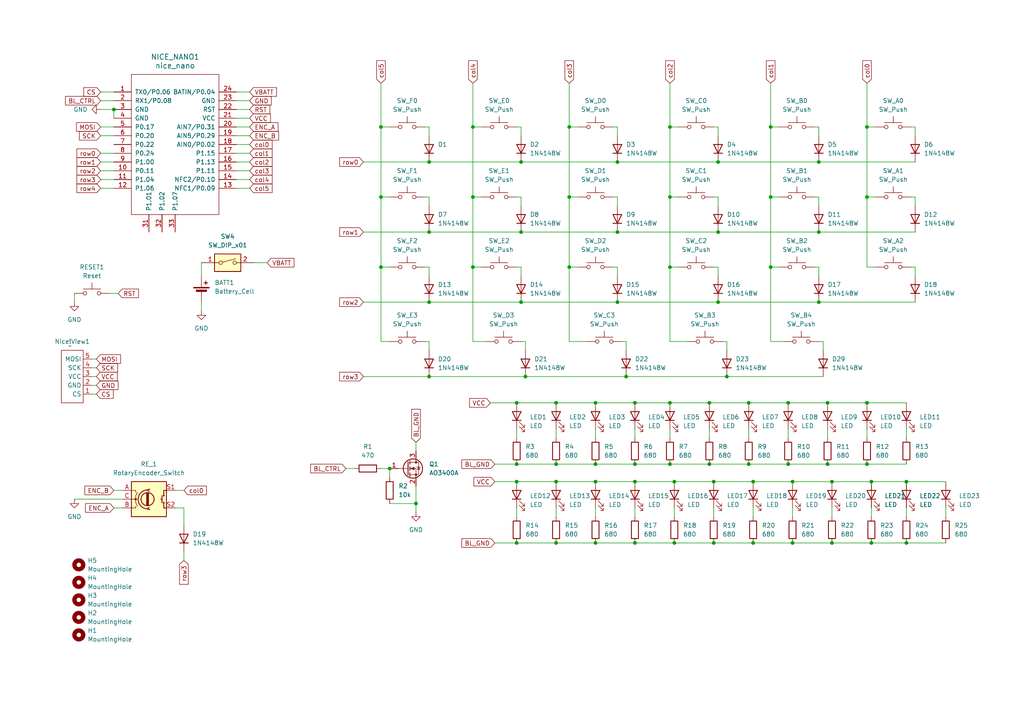
<source format=kicad_sch>
(kicad_sch (version 20230121) (generator eeschema)
  (paper "A4")
  (junction (at 241.3 139.7))
  (junction (at 194.31 116.84))
  (junction (at 184.15 134.62))
  (junction (at 124.46 67.31))
  (junction (at 181.61 109.22))
  (junction (at 151.13 87.63))
  (junction (at 161.29 157.48))
  (junction (at 124.46 87.63))
  (junction (at 184.15 139.7))
  (junction (at 110.49 77.47))
  (junction (at 237.49 87.63))
  (junction (at 252.73 139.7))
  (junction (at 237.49 67.31))
  (junction (at 237.49 46.99))
  (junction (at 217.17 116.84))
  (junction (at 194.31 134.62))
  (junction (at 210.82 109.22))
  (junction (at 149.86 139.7))
  (junction (at 240.03 134.62))
  (junction (at 195.58 139.7))
  (junction (at 165.1 77.47))
  (junction (at 205.74 134.62))
  (junction (at 217.17 134.62))
  (junction (at 184.15 116.84))
  (junction (at 124.46 46.99))
  (junction (at 113.03 135.89))
  (junction (at 207.01 139.7))
  (junction (at 172.72 116.84))
  (junction (at 149.86 157.48))
  (junction (at 262.89 157.48))
  (junction (at 179.07 46.99))
  (junction (at 251.46 116.84))
  (junction (at 223.52 57.15))
  (junction (at 194.31 57.15))
  (junction (at 228.6 134.62))
  (junction (at 251.46 134.62))
  (junction (at 223.52 36.83))
  (junction (at 241.3 157.48))
  (junction (at 179.07 87.63))
  (junction (at 262.89 139.7))
  (junction (at 165.1 57.15))
  (junction (at 251.46 36.83))
  (junction (at 240.03 116.84))
  (junction (at 149.86 134.62))
  (junction (at 184.15 157.48))
  (junction (at 161.29 116.84))
  (junction (at 207.01 157.48))
  (junction (at 252.73 157.48))
  (junction (at 120.65 146.05))
  (junction (at 218.44 157.48))
  (junction (at 208.28 46.99))
  (junction (at 165.1 36.83))
  (junction (at 137.16 57.15))
  (junction (at 179.07 67.31))
  (junction (at 137.16 36.83))
  (junction (at 195.58 157.48))
  (junction (at 124.46 109.22))
  (junction (at 151.13 46.99))
  (junction (at 251.46 57.15))
  (junction (at 33.02 31.75))
  (junction (at 161.29 134.62))
  (junction (at 205.74 116.84))
  (junction (at 149.86 116.84))
  (junction (at 218.44 139.7))
  (junction (at 194.31 36.83))
  (junction (at 151.13 67.31))
  (junction (at 137.16 77.47))
  (junction (at 223.52 77.47))
  (junction (at 110.49 36.83))
  (junction (at 208.28 67.31))
  (junction (at 110.49 57.15))
  (junction (at 152.4 109.22))
  (junction (at 172.72 139.7))
  (junction (at 229.87 157.48))
  (junction (at 208.28 87.63))
  (junction (at 228.6 116.84))
  (junction (at 194.31 77.47))
  (junction (at 172.72 157.48))
  (junction (at 172.72 134.62))
  (junction (at 229.87 139.7))
  (junction (at 161.29 139.7))
  (wire (pts (xy 251.46 116.84) (xy 262.89 116.84)))
  (wire (pts (xy 237.49 57.15) (xy 237.49 59.69)))
  (wire (pts (xy 165.1 99.06) (xy 170.18 99.06)))
  (wire (pts (xy 194.31 36.83) (xy 196.85 36.83)))
  (wire (pts (xy 124.46 77.47) (xy 124.46 80.01)))
  (wire (pts (xy 143.51 139.7) (xy 149.86 139.7)))
  (wire (pts (xy 110.49 36.83) (xy 110.49 57.15)))
  (wire (pts (xy 228.6 116.84) (xy 240.03 116.84)))
  (wire (pts (xy 165.1 57.15) (xy 165.1 77.47)))
  (wire (pts (xy 240.03 134.62) (xy 251.46 134.62)))
  (wire (pts (xy 110.49 36.83) (xy 113.03 36.83)))
  (wire (pts (xy 252.73 157.48) (xy 262.89 157.48)))
  (wire (pts (xy 124.46 87.63) (xy 151.13 87.63)))
  (wire (pts (xy 29.21 39.37) (xy 33.02 39.37)))
  (wire (pts (xy 165.1 77.47) (xy 167.64 77.47)))
  (wire (pts (xy 205.74 116.84) (xy 217.17 116.84)))
  (wire (pts (xy 68.58 54.61) (xy 72.39 54.61)))
  (wire (pts (xy 68.58 52.07) (xy 72.39 52.07)))
  (wire (pts (xy 120.65 146.05) (xy 120.65 148.59)))
  (wire (pts (xy 236.22 36.83) (xy 237.49 36.83)))
  (wire (pts (xy 21.59 144.78) (xy 35.56 144.78)))
  (wire (pts (xy 236.22 57.15) (xy 237.49 57.15)))
  (wire (pts (xy 33.02 31.75) (xy 33.02 34.29)))
  (wire (pts (xy 179.07 57.15) (xy 179.07 59.69)))
  (wire (pts (xy 120.65 128.27) (xy 120.65 130.81)))
  (wire (pts (xy 29.21 26.67) (xy 33.02 26.67)))
  (wire (pts (xy 68.58 36.83) (xy 72.39 36.83)))
  (wire (pts (xy 194.31 57.15) (xy 194.31 77.47)))
  (wire (pts (xy 152.4 99.06) (xy 152.4 101.6)))
  (wire (pts (xy 123.19 36.83) (xy 124.46 36.83)))
  (wire (pts (xy 229.87 157.48) (xy 241.3 157.48)))
  (wire (pts (xy 172.72 124.46) (xy 172.72 127)))
  (wire (pts (xy 265.43 36.83) (xy 265.43 39.37)))
  (wire (pts (xy 184.15 157.48) (xy 195.58 157.48)))
  (wire (pts (xy 143.51 157.48) (xy 149.86 157.48)))
  (wire (pts (xy 207.01 139.7) (xy 218.44 139.7)))
  (wire (pts (xy 29.21 54.61) (xy 33.02 54.61)))
  (wire (pts (xy 142.24 116.84) (xy 149.86 116.84)))
  (wire (pts (xy 252.73 147.32) (xy 252.73 149.86)))
  (wire (pts (xy 50.8 147.32) (xy 53.34 147.32)))
  (wire (pts (xy 184.15 147.32) (xy 184.15 149.86)))
  (wire (pts (xy 208.28 46.99) (xy 237.49 46.99)))
  (wire (pts (xy 149.86 116.84) (xy 161.29 116.84)))
  (wire (pts (xy 262.89 139.7) (xy 274.32 139.7)))
  (wire (pts (xy 184.15 139.7) (xy 195.58 139.7)))
  (wire (pts (xy 195.58 139.7) (xy 207.01 139.7)))
  (wire (pts (xy 237.49 87.63) (xy 265.43 87.63)))
  (wire (pts (xy 161.29 147.32) (xy 161.29 149.86)))
  (wire (pts (xy 223.52 77.47) (xy 226.06 77.47)))
  (wire (pts (xy 68.58 49.53) (xy 72.39 49.53)))
  (wire (pts (xy 123.19 77.47) (xy 124.46 77.47)))
  (wire (pts (xy 110.49 77.47) (xy 113.03 77.47)))
  (wire (pts (xy 262.89 157.48) (xy 274.32 157.48)))
  (wire (pts (xy 184.15 124.46) (xy 184.15 127)))
  (wire (pts (xy 110.49 99.06) (xy 113.03 99.06)))
  (wire (pts (xy 229.87 139.7) (xy 241.3 139.7)))
  (wire (pts (xy 251.46 57.15) (xy 251.46 77.47)))
  (wire (pts (xy 53.34 147.32) (xy 53.34 152.4)))
  (wire (pts (xy 194.31 77.47) (xy 196.85 77.47)))
  (wire (pts (xy 194.31 116.84) (xy 205.74 116.84)))
  (wire (pts (xy 217.17 124.46) (xy 217.17 127)))
  (wire (pts (xy 262.89 147.32) (xy 262.89 149.86)))
  (wire (pts (xy 223.52 36.83) (xy 223.52 57.15)))
  (wire (pts (xy 165.1 36.83) (xy 167.64 36.83)))
  (wire (pts (xy 31.75 85.09) (xy 34.29 85.09)))
  (wire (pts (xy 241.3 139.7) (xy 252.73 139.7)))
  (wire (pts (xy 151.13 36.83) (xy 151.13 39.37)))
  (wire (pts (xy 29.21 49.53) (xy 33.02 49.53)))
  (wire (pts (xy 161.29 134.62) (xy 172.72 134.62)))
  (wire (pts (xy 165.1 77.47) (xy 165.1 99.06)))
  (wire (pts (xy 137.16 57.15) (xy 137.16 77.47)))
  (wire (pts (xy 105.41 87.63) (xy 124.46 87.63)))
  (wire (pts (xy 237.49 36.83) (xy 237.49 39.37)))
  (wire (pts (xy 29.21 46.99) (xy 33.02 46.99)))
  (wire (pts (xy 262.89 124.46) (xy 262.89 127)))
  (wire (pts (xy 110.49 57.15) (xy 110.49 77.47)))
  (wire (pts (xy 26.67 114.3) (xy 27.94 114.3)))
  (wire (pts (xy 241.3 147.32) (xy 241.3 149.86)))
  (wire (pts (xy 210.82 99.06) (xy 210.82 101.6)))
  (wire (pts (xy 165.1 57.15) (xy 167.64 57.15)))
  (wire (pts (xy 149.86 124.46) (xy 149.86 127)))
  (wire (pts (xy 240.03 124.46) (xy 240.03 127)))
  (wire (pts (xy 177.8 36.83) (xy 179.07 36.83)))
  (wire (pts (xy 161.29 124.46) (xy 161.29 127)))
  (wire (pts (xy 123.19 99.06) (xy 124.46 99.06)))
  (wire (pts (xy 179.07 46.99) (xy 208.28 46.99)))
  (wire (pts (xy 223.52 99.06) (xy 227.33 99.06)))
  (wire (pts (xy 172.72 157.48) (xy 184.15 157.48)))
  (wire (pts (xy 137.16 77.47) (xy 139.7 77.47)))
  (wire (pts (xy 26.67 106.68) (xy 27.94 106.68)))
  (wire (pts (xy 124.46 57.15) (xy 124.46 59.69)))
  (wire (pts (xy 165.1 36.83) (xy 165.1 57.15)))
  (wire (pts (xy 100.33 135.89) (xy 102.87 135.89)))
  (wire (pts (xy 149.86 77.47) (xy 151.13 77.47)))
  (wire (pts (xy 208.28 77.47) (xy 208.28 80.01)))
  (wire (pts (xy 172.72 139.7) (xy 184.15 139.7)))
  (wire (pts (xy 228.6 124.46) (xy 228.6 127)))
  (wire (pts (xy 207.01 36.83) (xy 208.28 36.83)))
  (wire (pts (xy 137.16 36.83) (xy 137.16 57.15)))
  (wire (pts (xy 68.58 29.21) (xy 72.39 29.21)))
  (wire (pts (xy 184.15 134.62) (xy 194.31 134.62)))
  (wire (pts (xy 124.46 46.99) (xy 151.13 46.99)))
  (wire (pts (xy 207.01 147.32) (xy 207.01 149.86)))
  (wire (pts (xy 50.8 142.24) (xy 53.34 142.24)))
  (wire (pts (xy 26.67 109.22) (xy 27.94 109.22)))
  (wire (pts (xy 33.02 147.32) (xy 35.56 147.32)))
  (wire (pts (xy 137.16 77.47) (xy 137.16 99.06)))
  (wire (pts (xy 194.31 36.83) (xy 194.31 57.15)))
  (wire (pts (xy 238.76 99.06) (xy 238.76 101.6)))
  (wire (pts (xy 194.31 99.06) (xy 199.39 99.06)))
  (wire (pts (xy 208.28 67.31) (xy 237.49 67.31)))
  (wire (pts (xy 172.72 116.84) (xy 184.15 116.84)))
  (wire (pts (xy 68.58 26.67) (xy 72.39 26.67)))
  (wire (pts (xy 218.44 139.7) (xy 229.87 139.7)))
  (wire (pts (xy 124.46 99.06) (xy 124.46 101.6)))
  (wire (pts (xy 264.16 36.83) (xy 265.43 36.83)))
  (wire (pts (xy 194.31 77.47) (xy 194.31 99.06)))
  (wire (pts (xy 181.61 99.06) (xy 181.61 101.6)))
  (wire (pts (xy 184.15 116.84) (xy 194.31 116.84)))
  (wire (pts (xy 223.52 24.13) (xy 223.52 36.83)))
  (wire (pts (xy 251.46 77.47) (xy 254 77.47)))
  (wire (pts (xy 207.01 157.48) (xy 218.44 157.48)))
  (wire (pts (xy 123.19 57.15) (xy 124.46 57.15)))
  (wire (pts (xy 229.87 147.32) (xy 229.87 149.86)))
  (wire (pts (xy 208.28 36.83) (xy 208.28 39.37)))
  (wire (pts (xy 223.52 77.47) (xy 223.52 99.06)))
  (wire (pts (xy 241.3 157.48) (xy 252.73 157.48)))
  (wire (pts (xy 240.03 116.84) (xy 251.46 116.84)))
  (wire (pts (xy 29.21 29.21) (xy 33.02 29.21)))
  (wire (pts (xy 194.31 24.13) (xy 194.31 36.83)))
  (wire (pts (xy 177.8 77.47) (xy 179.07 77.47)))
  (wire (pts (xy 251.46 36.83) (xy 251.46 57.15)))
  (wire (pts (xy 237.49 67.31) (xy 265.43 67.31)))
  (wire (pts (xy 110.49 135.89) (xy 113.03 135.89)))
  (wire (pts (xy 194.31 124.46) (xy 194.31 127)))
  (wire (pts (xy 149.86 36.83) (xy 151.13 36.83)))
  (wire (pts (xy 236.22 77.47) (xy 237.49 77.47)))
  (wire (pts (xy 137.16 36.83) (xy 139.7 36.83)))
  (wire (pts (xy 68.58 31.75) (xy 72.39 31.75)))
  (wire (pts (xy 251.46 24.13) (xy 251.46 36.83)))
  (wire (pts (xy 149.86 147.32) (xy 149.86 149.86)))
  (wire (pts (xy 207.01 57.15) (xy 208.28 57.15)))
  (wire (pts (xy 152.4 109.22) (xy 181.61 109.22)))
  (wire (pts (xy 217.17 134.62) (xy 228.6 134.62)))
  (wire (pts (xy 177.8 57.15) (xy 179.07 57.15)))
  (wire (pts (xy 29.21 52.07) (xy 33.02 52.07)))
  (wire (pts (xy 110.49 24.13) (xy 110.49 36.83)))
  (wire (pts (xy 21.59 85.09) (xy 21.59 87.63)))
  (wire (pts (xy 172.72 147.32) (xy 172.72 149.86)))
  (wire (pts (xy 105.41 46.99) (xy 124.46 46.99)))
  (wire (pts (xy 181.61 109.22) (xy 210.82 109.22)))
  (wire (pts (xy 105.41 67.31) (xy 124.46 67.31)))
  (wire (pts (xy 105.41 109.22) (xy 124.46 109.22)))
  (wire (pts (xy 172.72 134.62) (xy 184.15 134.62)))
  (wire (pts (xy 251.46 36.83) (xy 254 36.83)))
  (wire (pts (xy 137.16 24.13) (xy 137.16 36.83)))
  (wire (pts (xy 73.66 76.2) (xy 77.47 76.2)))
  (wire (pts (xy 151.13 57.15) (xy 151.13 59.69)))
  (wire (pts (xy 179.07 77.47) (xy 179.07 80.01)))
  (wire (pts (xy 53.34 160.02) (xy 53.34 162.56)))
  (wire (pts (xy 205.74 124.46) (xy 205.74 127)))
  (wire (pts (xy 237.49 99.06) (xy 238.76 99.06)))
  (wire (pts (xy 223.52 57.15) (xy 223.52 77.47)))
  (wire (pts (xy 252.73 139.7) (xy 262.89 139.7)))
  (wire (pts (xy 194.31 134.62) (xy 205.74 134.62)))
  (wire (pts (xy 179.07 36.83) (xy 179.07 39.37)))
  (wire (pts (xy 179.07 67.31) (xy 208.28 67.31)))
  (wire (pts (xy 29.21 44.45) (xy 33.02 44.45)))
  (wire (pts (xy 113.03 135.89) (xy 113.03 138.43)))
  (wire (pts (xy 137.16 99.06) (xy 140.97 99.06)))
  (wire (pts (xy 124.46 109.22) (xy 152.4 109.22)))
  (wire (pts (xy 124.46 67.31) (xy 151.13 67.31)))
  (wire (pts (xy 68.58 39.37) (xy 72.39 39.37)))
  (wire (pts (xy 110.49 77.47) (xy 110.49 99.06)))
  (wire (pts (xy 151.13 77.47) (xy 151.13 80.01)))
  (wire (pts (xy 68.58 46.99) (xy 72.39 46.99)))
  (wire (pts (xy 218.44 147.32) (xy 218.44 149.86)))
  (wire (pts (xy 33.02 142.24) (xy 35.56 142.24)))
  (wire (pts (xy 137.16 57.15) (xy 139.7 57.15)))
  (wire (pts (xy 180.34 99.06) (xy 181.61 99.06)))
  (wire (pts (xy 237.49 77.47) (xy 237.49 80.01)))
  (wire (pts (xy 251.46 57.15) (xy 254 57.15)))
  (wire (pts (xy 223.52 36.83) (xy 226.06 36.83)))
  (wire (pts (xy 143.51 134.62) (xy 149.86 134.62)))
  (wire (pts (xy 149.86 134.62) (xy 161.29 134.62)))
  (wire (pts (xy 58.42 76.2) (xy 58.42 80.01)))
  (wire (pts (xy 151.13 67.31) (xy 179.07 67.31)))
  (wire (pts (xy 161.29 139.7) (xy 172.72 139.7)))
  (wire (pts (xy 251.46 124.46) (xy 251.46 127)))
  (wire (pts (xy 264.16 57.15) (xy 265.43 57.15)))
  (wire (pts (xy 151.13 46.99) (xy 179.07 46.99)))
  (wire (pts (xy 68.58 44.45) (xy 72.39 44.45)))
  (wire (pts (xy 29.21 31.75) (xy 33.02 31.75)))
  (wire (pts (xy 58.42 87.63) (xy 58.42 90.17)))
  (wire (pts (xy 149.86 157.48) (xy 161.29 157.48)))
  (wire (pts (xy 26.67 111.76) (xy 27.94 111.76)))
  (wire (pts (xy 210.82 109.22) (xy 238.76 109.22)))
  (wire (pts (xy 274.32 147.32) (xy 274.32 149.86)))
  (wire (pts (xy 120.65 140.97) (xy 120.65 146.05)))
  (wire (pts (xy 161.29 157.48) (xy 172.72 157.48)))
  (wire (pts (xy 264.16 77.47) (xy 265.43 77.47)))
  (wire (pts (xy 265.43 77.47) (xy 265.43 80.01)))
  (wire (pts (xy 149.86 139.7) (xy 161.29 139.7)))
  (wire (pts (xy 113.03 146.05) (xy 120.65 146.05)))
  (wire (pts (xy 195.58 157.48) (xy 207.01 157.48)))
  (wire (pts (xy 194.31 57.15) (xy 196.85 57.15)))
  (wire (pts (xy 223.52 57.15) (xy 226.06 57.15)))
  (wire (pts (xy 110.49 57.15) (xy 113.03 57.15)))
  (wire (pts (xy 217.17 116.84) (xy 228.6 116.84)))
  (wire (pts (xy 26.67 104.14) (xy 27.94 104.14)))
  (wire (pts (xy 209.55 99.06) (xy 210.82 99.06)))
  (wire (pts (xy 208.28 57.15) (xy 208.28 59.69)))
  (wire (pts (xy 179.07 87.63) (xy 208.28 87.63)))
  (wire (pts (xy 151.13 99.06) (xy 152.4 99.06)))
  (wire (pts (xy 207.01 77.47) (xy 208.28 77.47)))
  (wire (pts (xy 151.13 87.63) (xy 179.07 87.63)))
  (wire (pts (xy 165.1 24.13) (xy 165.1 36.83)))
  (wire (pts (xy 237.49 46.99) (xy 265.43 46.99)))
  (wire (pts (xy 195.58 147.32) (xy 195.58 149.86)))
  (wire (pts (xy 218.44 157.48) (xy 229.87 157.48)))
  (wire (pts (xy 228.6 134.62) (xy 240.03 134.62)))
  (wire (pts (xy 205.74 134.62) (xy 217.17 134.62)))
  (wire (pts (xy 124.46 36.83) (xy 124.46 39.37)))
  (wire (pts (xy 265.43 57.15) (xy 265.43 59.69)))
  (wire (pts (xy 208.28 87.63) (xy 237.49 87.63)))
  (wire (pts (xy 161.29 116.84) (xy 172.72 116.84)))
  (wire (pts (xy 251.46 134.62) (xy 262.89 134.62)))
  (wire (pts (xy 149.86 57.15) (xy 151.13 57.15)))
  (wire (pts (xy 68.58 41.91) (xy 72.39 41.91)))
  (wire (pts (xy 68.58 34.29) (xy 72.39 34.29)))
  (wire (pts (xy 29.21 36.83) (xy 33.02 36.83)))
  (global_label "VCC" (shape input) (at 142.24 116.84 180) (property "Intersheetrefs" "${INTERSHEET_REFS}" (effects hide)))
  (global_label "BL_CTRL" (shape input) (at 100.33 135.89 180) (property "Intersheetrefs" "${INTERSHEET_REFS}" (effects hide)))
  (global_label "row2" (shape input) (at 105.41 87.63 180) (property "Intersheetrefs" "${INTERSHEET_REFS}" (effects hide)))
  (global_label "MOSI" (shape input) (at 29.21 36.83 180) (property "Intersheetrefs" "${INTERSHEET_REFS}" (effects hide)))
  (global_label "ENC_A" (shape input) (at 72.39 36.83 0) (property "Intersheetrefs" "${INTERSHEET_REFS}" (effects hide)))
  (global_label "col0" (shape input) (at 53.34 142.24 0) (property "Intersheetrefs" "${INTERSHEET_REFS}" (effects hide)))
  (global_label "VCC" (shape input) (at 27.94 109.22 0) (property "Intersheetrefs" "${INTERSHEET_REFS}" (effects hide)))
  (global_label "BL_GND" (shape input) (at 143.51 157.48 180) (property "Intersheetrefs" "${INTERSHEET_REFS}" (effects hide)))
  (global_label "RST" (shape input) (at 72.39 31.75 0) (property "Intersheetrefs" "${INTERSHEET_REFS}" (effects hide)))
  (global_label "row3" (shape input) (at 105.41 109.22 180) (property "Intersheetrefs" "${INTERSHEET_REFS}" (effects hide)))
  (global_label "row3" (shape input) (at 53.34 162.56 270) (property "Intersheetrefs" "${INTERSHEET_REFS}" (effects hide)))
  (global_label "CS" (shape input) (at 27.94 114.3 0) (property "Intersheetrefs" "${INTERSHEET_REFS}" (effects hide)))
  (global_label "col3" (shape input) (at 165.1 24.13 90) (property "Intersheetrefs" "${INTERSHEET_REFS}" (effects hide)))
  (global_label "col5" (shape input) (at 72.39 54.61 0) (property "Intersheetrefs" "${INTERSHEET_REFS}" (effects hide)))
  (global_label "col2" (shape input) (at 72.39 46.99 0) (property "Intersheetrefs" "${INTERSHEET_REFS}" (effects hide)))
  (global_label "col1" (shape input) (at 72.39 44.45 0) (property "Intersheetrefs" "${INTERSHEET_REFS}" (effects hide)))
  (global_label "col1" (shape input) (at 223.52 24.13 90) (property "Intersheetrefs" "${INTERSHEET_REFS}" (effects hide)))
  (global_label "BL_GND" (shape input) (at 143.51 134.62 180) (property "Intersheetrefs" "${INTERSHEET_REFS}" (effects hide)))
  (global_label "BL_GND" (shape input) (at 120.65 128.27 90) (property "Intersheetrefs" "${INTERSHEET_REFS}" (effects hide)))
  (global_label "VCC" (shape input) (at 72.39 34.29 0) (property "Intersheetrefs" "${INTERSHEET_REFS}" (effects hide)))
  (global_label "GND" (shape input) (at 27.94 111.76 0) (property "Intersheetrefs" "${INTERSHEET_REFS}" (effects hide)))
  (global_label "ENC_A" (shape input) (at 33.02 147.32 180) (property "Intersheetrefs" "${INTERSHEET_REFS}" (effects hide)))
  (global_label "col0" (shape input) (at 251.46 24.13 90) (property "Intersheetrefs" "${INTERSHEET_REFS}" (effects hide)))
  (global_label "VBATT" (shape input) (at 77.47 76.2 0) (property "Intersheetrefs" "${INTERSHEET_REFS}" (effects hide)))
  (global_label "GND" (shape input) (at 72.39 29.21 0) (property "Intersheetrefs" "${INTERSHEET_REFS}" (effects hide)))
  (global_label "SCK" (shape input) (at 29.21 39.37 180) (property "Intersheetrefs" "${INTERSHEET_REFS}" (effects hide)))
  (global_label "row0" (shape input) (at 29.21 44.45 180) (property "Intersheetrefs" "${INTERSHEET_REFS}" (effects hide)))
  (global_label "row4" (shape input) (at 29.21 54.61 180) (property "Intersheetrefs" "${INTERSHEET_REFS}" (effects hide)))
  (global_label "col4" (shape input) (at 137.16 24.13 90) (property "Intersheetrefs" "${INTERSHEET_REFS}" (effects hide)))
  (global_label "VCC" (shape input) (at 143.51 139.7 180) (property "Intersheetrefs" "${INTERSHEET_REFS}" (effects hide)))
  (global_label "RST" (shape input) (at 34.29 85.09 0) (property "Intersheetrefs" "${INTERSHEET_REFS}" (effects hide)))
  (global_label "row1" (shape input) (at 29.21 46.99 180) (property "Intersheetrefs" "${INTERSHEET_REFS}" (effects hide)))
  (global_label "BL_CTRL" (shape input) (at 29.21 29.21 180) (property "Intersheetrefs" "${INTERSHEET_REFS}" (effects hide)))
  (global_label "SCK" (shape input) (at 27.94 106.68 0) (property "Intersheetrefs" "${INTERSHEET_REFS}" (effects hide)))
  (global_label "col4" (shape input) (at 72.39 52.07 0) (property "Intersheetrefs" "${INTERSHEET_REFS}" (effects hide)))
  (global_label "row2" (shape input) (at 29.21 49.53 180) (property "Intersheetrefs" "${INTERSHEET_REFS}" (effects hide)))
  (global_label "row0" (shape input) (at 105.41 46.99 180) (property "Intersheetrefs" "${INTERSHEET_REFS}" (effects hide)))
  (global_label "ENC_B" (shape input) (at 72.39 39.37 0) (property "Intersheetrefs" "${INTERSHEET_REFS}" (effects hide)))
  (global_label "col3" (shape input) (at 72.39 49.53 0) (property "Intersheetrefs" "${INTERSHEET_REFS}" (effects hide)))
  (global_label "VBATT" (shape input) (at 72.39 26.67 0) (property "Intersheetrefs" "${INTERSHEET_REFS}" (effects hide)))
  (global_label "MOSI" (shape input) (at 27.94 104.14 0) (property "Intersheetrefs" "${INTERSHEET_REFS}" (effects hide)))
  (global_label "col5" (shape input) (at 110.49 24.13 90) (property "Intersheetrefs" "${INTERSHEET_REFS}" (effects hide)))
  (global_label "ENC_B" (shape input) (at 33.02 142.24 180) (property "Intersheetrefs" "${INTERSHEET_REFS}" (effects hide)))
  (global_label "row1" (shape input) (at 105.41 67.31 180) (property "Intersheetrefs" "${INTERSHEET_REFS}" (effects hide)))
  (global_label "row3" (shape input) (at 29.21 52.07 180) (property "Intersheetrefs" "${INTERSHEET_REFS}" (effects hide)))
  (global_label "col0" (shape input) (at 72.39 41.91 0) (property "Intersheetrefs" "${INTERSHEET_REFS}" (effects hide)))
  (global_label "col2" (shape input) (at 194.31 24.13 90) (property "Intersheetrefs" "${INTERSHEET_REFS}" (effects hide)))
  (global_label "CS" (shape input) (at 29.21 26.67 180) (property "Intersheetrefs" "${INTERSHEET_REFS}" (effects hide)))
  (symbol (lib_id "RolioSymbols:PG1350_Socket") (at 231.14 36.83 0) (unit 1)
    (property "Reference" "SW_B0" (at 231.14 29.21 0))
    (property "Value" "SW_Push" (at 231.14 31.75 0))
    (property "Footprint" "RolioSymbols:Kailh_socket_PG1350" (effects hide))
  )
  (symbol (lib_id "Diode:1N4148W") (at 124.46 63.5 90) (unit 1)
    (property "Reference" "D7" (at 127 62.23 90) (effects (justify right)))
    (property "Value" "1N4148W" (at 127 64.77 90) (effects (justify right)))
    (property "Footprint" "Diode_SMD:D_SOD-123" (effects hide))
    (property "Datasheet" "https://www.vishay.com/docs/85748/1n4148w.pdf" (effects hide))
    (property "Sim.Device" "D" (effects hide))
    (property "Sim.Pins" "1=K 2=A" (effects hide))
  )
  (symbol (lib_id "Device:LED") (at 149.86 120.65 90) (unit 1)
    (property "Reference" "LED1" (at 153.67 120.9675 90) (effects (justify right)))
    (property "Value" "LED" (at 153.67 123.5075 90) (effects (justify right)))
    (property "Footprint" "LED_SMD:LED_0805_2012Metric" (effects hide))
  )
  (symbol (lib_id "Device:R") (at 161.29 130.81 180) (unit 1)
    (property "Reference" "R4" (at 163.83 129.54 0) (effects (justify right)))
    (property "Value" "680" (at 163.83 132.08 0) (effects (justify right)))
    (property "Footprint" "Resistor_SMD:R_0805_2012Metric" (effects hide))
  )
  (symbol (lib_id "Diode:1N4148W") (at 181.61 105.41 90) (unit 1)
    (property "Reference" "D22" (at 184.15 104.14 90) (effects (justify right)))
    (property "Value" "1N4148W" (at 184.15 106.68 90) (effects (justify right)))
    (property "Footprint" "Diode_SMD:D_SOD-123" (effects hide))
    (property "Datasheet" "https://www.vishay.com/docs/85748/1n4148w.pdf" (effects hide))
    (property "Sim.Device" "D" (effects hide))
    (property "Sim.Pins" "1=K 2=A" (effects hide))
  )
  (symbol (lib_id "RolioSymbols:PG1350_Socket") (at 204.47 99.06 0) (unit 1)
    (property "Reference" "SW_B3" (at 204.47 91.44 0))
    (property "Value" "SW_Push" (at 204.47 93.98 0))
    (property "Footprint" "RolioSymbols:Kailh_socket_PG1350" (effects hide))
  )
  (symbol (lib_id "Device:R") (at 217.17 130.81 180) (unit 1)
    (property "Reference" "R9" (at 219.71 129.54 0) (effects (justify right)))
    (property "Value" "680" (at 219.71 132.08 0) (effects (justify right)))
    (property "Footprint" "Resistor_SMD:R_0805_2012Metric" (effects hide))
  )
  (symbol (lib_id "Device:R") (at 106.68 135.89 90) (unit 1)
    (property "Reference" "R1" (at 106.68 129.54 90))
    (property "Value" "470" (at 106.68 132.08 90))
    (property "Footprint" "Resistor_SMD:R_0805_2012Metric" (effects hide))
  )
  (symbol (lib_id "Switch:SW_Push") (at 26.67 85.09 0) (unit 1)
    (property "Reference" "RESET1" (at 26.67 77.47 0))
    (property "Value" "Reset" (at 26.67 80.01 0))
    (property "Footprint" "Button_Switch_SMD:SW_Tactile_SPST_NO_Straight_CK_PTS636Sx25SMTRLFS" (effects hide))
  )
  (symbol (lib_id "Diode:1N4148W") (at 152.4 105.41 90) (unit 1)
    (property "Reference" "D21" (at 154.94 104.14 90) (effects (justify right)))
    (property "Value" "1N4148W" (at 154.94 106.68 90) (effects (justify right)))
    (property "Footprint" "Diode_SMD:D_SOD-123" (effects hide))
    (property "Datasheet" "https://www.vishay.com/docs/85748/1n4148w.pdf" (effects hide))
    (property "Sim.Device" "D" (effects hide))
    (property "Sim.Pins" "1=K 2=A" (effects hide))
  )
  (symbol (lib_id "Device:R") (at 241.3 153.67 180) (unit 1)
    (property "Reference" "R22" (at 243.84 152.4 0) (effects (justify right)))
    (property "Value" "680" (at 243.84 154.94 0) (effects (justify right)))
    (property "Footprint" "Resistor_SMD:R_0805_2012Metric" (effects hide))
  )
  (symbol (lib_id "Diode:1N4148W") (at 238.76 105.41 90) (unit 1)
    (property "Reference" "D29" (at 241.3 104.14 90) (effects (justify right)))
    (property "Value" "1N4148W" (at 241.3 106.68 90) (effects (justify right)))
    (property "Footprint" "Diode_SMD:D_SOD-123" (effects hide))
    (property "Datasheet" "https://www.vishay.com/docs/85748/1n4148w.pdf" (effects hide))
    (property "Sim.Device" "D" (effects hide))
    (property "Sim.Pins" "1=K 2=A" (effects hide))
  )
  (symbol (lib_id "Device:LED") (at 274.32 143.51 90) (unit 1)
    (property "Reference" "LED23" (at 278.13 143.8275 90) (effects (justify right)))
    (property "Value" "LED" (at 278.13 146.3675 90) (effects (justify right)))
    (property "Footprint" "LED_SMD:LED_0805_2012Metric" (effects hide))
  )
  (symbol (lib_id "power:GND") (at 120.65 148.59 0) (unit 1)
    (property "Reference" "#PWR03" (effects hide))
    (property "Value" "GND" (at 120.65 153.67 0))
  )
  (symbol (lib_id "Diode:1N4148W") (at 210.82 105.41 90) (unit 1)
    (property "Reference" "D23" (at 213.36 104.14 90) (effects (justify right)))
    (property "Value" "1N4148W" (at 213.36 106.68 90) (effects (justify right)))
    (property "Footprint" "Diode_SMD:D_SOD-123" (effects hide))
    (property "Datasheet" "https://www.vishay.com/docs/85748/1n4148w.pdf" (effects hide))
    (property "Sim.Device" "D" (effects hide))
    (property "Sim.Pins" "1=K 2=A" (effects hide))
  )
  (symbol (lib_id "NiceView:NiceView") (at 21.59 109.22 0) (unit 1)
    (property "Reference" "Nice!View1" (at 20.955 99.06 0))
    (property "Value" "~" (at 20.32 100.33 0))
    (property "Footprint" "Connector_PinHeader_2.54mm:PinHeader_1x05_P2.54mm_Vertical" (effects hide))
  )
  (symbol (lib_id "RolioSymbols:PG1350_Socket") (at 259.08 77.47 0) (unit 1)
    (property "Reference" "SW_A2" (at 259.08 69.85 0))
    (property "Value" "SW_Push" (at 259.08 72.39 0))
    (property "Footprint" "RolioSymbols:Kailh_socket_PG1350" (effects hide))
  )
  (symbol (lib_id "Device:R") (at 207.01 153.67 180) (unit 1)
    (property "Reference" "R19" (at 209.55 152.4 0) (effects (justify right)))
    (property "Value" "680" (at 209.55 154.94 0) (effects (justify right)))
    (property "Footprint" "Resistor_SMD:R_0805_2012Metric" (effects hide))
  )
  (symbol (lib_id "Device:R") (at 251.46 130.81 180) (unit 1)
    (property "Reference" "R12" (at 254 129.54 0) (effects (justify right)))
    (property "Value" "680" (at 254 132.08 0) (effects (justify right)))
    (property "Footprint" "Resistor_SMD:R_0805_2012Metric" (effects hide))
  )
  (symbol (lib_id "RolioSymbols:PG1350_Socket") (at 118.11 57.15 0) (unit 1)
    (property "Reference" "SW_F1" (at 118.11 49.53 0))
    (property "Value" "SW_Push" (at 118.11 52.07 0))
    (property "Footprint" "RolioSymbols:Kailh_socket_PG1350" (effects hide))
  )
  (symbol (lib_id "RolioSymbols:PG1350_Socket") (at 172.72 77.47 0) (unit 1)
    (property "Reference" "SW_D2" (at 172.72 69.85 0))
    (property "Value" "SW_Push" (at 172.72 72.39 0))
    (property "Footprint" "RolioSymbols:Kailh_socket_PG1350" (effects hide))
  )
  (symbol (lib_id "Device:R") (at 172.72 153.67 180) (unit 1)
    (property "Reference" "R16" (at 175.26 152.4 0) (effects (justify right)))
    (property "Value" "680" (at 175.26 154.94 0) (effects (justify right)))
    (property "Footprint" "Resistor_SMD:R_0805_2012Metric" (effects hide))
  )
  (symbol (lib_id "Device:R") (at 252.73 153.67 180) (unit 1)
    (property "Reference" "R23" (at 255.27 152.4 0) (effects (justify right)))
    (property "Value" "680" (at 255.27 154.94 0) (effects (justify right)))
    (property "Footprint" "Resistor_SMD:R_0805_2012Metric" (effects hide))
  )
  (symbol (lib_id "Device:R") (at 262.89 130.81 180) (unit 1)
    (property "Reference" "R13" (at 265.43 129.54 0) (effects (justify right)))
    (property "Value" "680" (at 265.43 132.08 0) (effects (justify right)))
    (property "Footprint" "Resistor_SMD:R_0805_2012Metric" (effects hide))
  )
  (symbol (lib_id "Device:R") (at 194.31 130.81 180) (unit 1)
    (property "Reference" "R7" (at 196.85 129.54 0) (effects (justify right)))
    (property "Value" "680" (at 196.85 132.08 0) (effects (justify right)))
    (property "Footprint" "Resistor_SMD:R_0805_2012Metric" (effects hide))
  )
  (symbol (lib_id "Diode:1N4148W") (at 124.46 43.18 90) (unit 1)
    (property "Reference" "D1" (at 127 41.91 90) (effects (justify right)))
    (property "Value" "1N4148W" (effects hide))
    (property "Footprint" "Diode_SMD:D_SOD-123" (effects hide))
    (property "Datasheet" "https://www.vishay.com/docs/85748/1n4148w.pdf" (effects hide))
    (property "Sim.Device" "D" (effects hide))
    (property "Sim.Pins" "1=K 2=A" (effects hide))
  )
  (symbol (lib_id "Mechanical:MountingHole") (at 22.86 173.99 0) (unit 1)
    (property "Reference" "H3" (at 25.4 172.72 0) (effects (justify left)))
    (property "Value" "MountingHole" (at 25.4 175.26 0) (effects (justify left)))
    (property "Footprint" "MountingHole:MountingHole_4.3mm_M4" (effects hide))
  )
  (symbol (lib_id "Mechanical:MountingHole") (at 22.86 179.07 0) (unit 1)
    (property "Reference" "H2" (at 25.4 177.8 0) (effects (justify left)))
    (property "Value" "MountingHole" (at 25.4 180.34 0) (effects (justify left)))
    (property "Footprint" "MountingHole:MountingHole_4.3mm_M4" (effects hide))
  )
  (symbol (lib_id "Diode:1N4148W") (at 179.07 63.5 90) (unit 1)
    (property "Reference" "D9" (at 181.61 62.23 90) (effects (justify right)))
    (property "Value" "1N4148W" (at 181.61 64.77 90) (effects (justify right)))
    (property "Footprint" "Diode_SMD:D_SOD-123" (effects hide))
    (property "Datasheet" "https://www.vishay.com/docs/85748/1n4148w.pdf" (effects hide))
    (property "Sim.Device" "D" (effects hide))
    (property "Sim.Pins" "1=K 2=A" (effects hide))
  )
  (symbol (lib_id "Device:LED") (at 161.29 143.51 90) (unit 1)
    (property "Reference" "LED13" (at 165.1 143.8275 90) (effects (justify right)))
    (property "Value" "LED" (at 165.1 146.3675 90) (effects (justify right)))
    (property "Footprint" "LED_SMD:LED_0805_2012Metric" (effects hide))
  )
  (symbol (lib_id "Diode:1N4148W") (at 208.28 43.18 90) (unit 1)
    (property "Reference" "D4" (at 210.82 41.91 90) (effects (justify right)))
    (property "Value" "1N4148W" (at 210.82 44.45 90) (effects (justify right)))
    (property "Footprint" "Diode_SMD:D_SOD-123" (effects hide))
    (property "Datasheet" "https://www.vishay.com/docs/85748/1n4148w.pdf" (effects hide))
    (property "Sim.Device" "D" (effects hide))
    (property "Sim.Pins" "1=K 2=A" (effects hide))
  )
  (symbol (lib_id "Diode:1N4148W") (at 151.13 43.18 90) (unit 1)
    (property "Reference" "D2" (at 153.67 41.91 90) (effects (justify right)))
    (property "Value" "1N4148W" (at 153.67 44.45 90) (effects (justify right)))
    (property "Footprint" "Diode_SMD:D_SOD-123" (effects hide))
    (property "Datasheet" "https://www.vishay.com/docs/85748/1n4148w.pdf" (effects hide))
    (property "Sim.Device" "D" (effects hide))
    (property "Sim.Pins" "1=K 2=A" (effects hide))
  )
  (symbol (lib_id "Device:R") (at 218.44 153.67 180) (unit 1)
    (property "Reference" "R20" (at 220.98 152.4 0) (effects (justify right)))
    (property "Value" "680" (at 220.98 154.94 0) (effects (justify right)))
    (property "Footprint" "Resistor_SMD:R_0805_2012Metric" (effects hide))
  )
  (symbol (lib_id "Device:LED") (at 228.6 120.65 90) (unit 1)
    (property "Reference" "LED8" (at 232.41 120.9675 90) (effects (justify right)))
    (property "Value" "LED" (at 232.41 123.5075 90) (effects (justify right)))
    (property "Footprint" "LED_SMD:LED_0805_2012Metric" (effects hide))
  )
  (symbol (lib_id "Diode:1N4148W") (at 179.07 43.18 90) (unit 1)
    (property "Reference" "D3" (at 181.61 41.91 90) (effects (justify right)))
    (property "Value" "1N4148W" (at 181.61 44.45 90) (effects (justify right)))
    (property "Footprint" "Diode_SMD:D_SOD-123" (effects hide))
    (property "Datasheet" "https://www.vishay.com/docs/85748/1n4148w.pdf" (effects hide))
    (property "Sim.Device" "D" (effects hide))
    (property "Sim.Pins" "1=K 2=A" (effects hide))
  )
  (symbol (lib_id "RolioSymbols:PG1350_Socket") (at 144.78 77.47 0) (unit 1)
    (property "Reference" "SW_E2" (at 144.78 69.85 0))
    (property "Value" "SW_Push" (at 144.78 72.39 0))
    (property "Footprint" "RolioSymbols:Kailh_socket_PG1350" (effects hide))
  )
  (symbol (lib_id "RolioSymbols:PG1350_Socket") (at 201.93 57.15 0) (unit 1)
    (property "Reference" "SW_C1" (at 201.93 49.53 0))
    (property "Value" "SW_Push" (at 201.93 52.07 0))
    (property "Footprint" "RolioSymbols:Kailh_socket_PG1350" (effects hide))
  )
  (symbol (lib_id "Diode:1N4148W") (at 151.13 83.82 90) (unit 1)
    (property "Reference" "D14" (at 153.67 82.55 90) (effects (justify right)))
    (property "Value" "1N4148W" (at 153.67 85.09 90) (effects (justify right)))
    (property "Footprint" "Diode_SMD:D_SOD-123" (effects hide))
    (property "Datasheet" "https://www.vishay.com/docs/85748/1n4148w.pdf" (effects hide))
    (property "Sim.Device" "D" (effects hide))
    (property "Sim.Pins" "1=K 2=A" (effects hide))
  )
  (symbol (lib_id "Switch:SW_DIP_x01") (at 66.04 76.2 0) (unit 1)
    (property "Reference" "SW4" (at 66.04 68.58 0))
    (property "Value" "SW_DIP_x01" (at 66.04 71.12 0))
    (property "Footprint" "Button_Switch_SMD:SW_SPDT_PCM12" (effects hide))
  )
  (symbol (lib_id "power:GND") (at 29.21 31.75 270) (unit 1)
    (property "Reference" "#PWR05" (effects hide))
    (property "Value" "GND" (at 25.4 31.75 90) (effects (justify right)))
  )
  (symbol (lib_id "RolioSymbols:PG1350_Socket") (at 118.11 77.47 0) (unit 1)
    (property "Reference" "SW_F2" (at 118.11 69.85 0))
    (property "Value" "SW_Push" (at 118.11 72.39 0))
    (property "Footprint" "RolioSymbols:Kailh_socket_PG1350" (effects hide))
  )
  (symbol (lib_id "Device:R") (at 262.89 153.67 180) (unit 1)
    (property "Reference" "R24" (at 265.43 152.4 0) (effects (justify right)))
    (property "Value" "680" (at 265.43 154.94 0) (effects (justify right)))
    (property "Footprint" "Resistor_SMD:R_0805_2012Metric" (effects hide))
  )
  (symbol (lib_id "Device:R") (at 149.86 130.81 180) (unit 1)
    (property "Reference" "R3" (at 152.4 129.54 0) (effects (justify right)))
    (property "Value" "680" (at 152.4 132.08 0) (effects (justify right)))
    (property "Footprint" "Resistor_SMD:R_0805_2012Metric" (effects hide))
  )
  (symbol (lib_id "Device:LED") (at 184.15 120.65 90) (unit 1)
    (property "Reference" "LED4" (at 187.96 120.9675 90) (effects (justify right)))
    (property "Value" "LED" (at 187.96 123.5075 90) (effects (justify right)))
    (property "Footprint" "LED_SMD:LED_0805_2012Metric" (effects hide))
  )
  (symbol (lib_id "Device:R") (at 229.87 153.67 180) (unit 1)
    (property "Reference" "R21" (at 232.41 152.4 0) (effects (justify right)))
    (property "Value" "680" (at 232.41 154.94 0) (effects (justify right)))
    (property "Footprint" "Resistor_SMD:R_0805_2012Metric" (effects hide))
  )
  (symbol (lib_id "RolioSymbols:PG1350_Socket") (at 144.78 36.83 0) (unit 1)
    (property "Reference" "SW_E0" (at 144.78 29.21 0))
    (property "Value" "SW_Push" (at 144.78 31.75 0))
    (property "Footprint" "RolioSymbols:Kailh_socket_PG1350" (effects hide))
  )
  (symbol (lib_id "Device:LED") (at 194.31 120.65 90) (unit 1)
    (property "Reference" "LED5" (at 198.12 120.9675 90) (effects (justify right)))
    (property "Value" "LED" (at 198.12 123.5075 90) (effects (justify right)))
    (property "Footprint" "LED_SMD:LED_0805_2012Metric" (effects hide))
  )
  (symbol (lib_id "Device:R") (at 184.15 130.81 180) (unit 1)
    (property "Reference" "R6" (at 186.69 129.54 0) (effects (justify right)))
    (property "Value" "680" (at 186.69 132.08 0) (effects (justify right)))
    (property "Footprint" "Resistor_SMD:R_0805_2012Metric" (effects hide))
  )
  (symbol (lib_id "RolioSymbols:PG1350_Socket") (at 172.72 57.15 0) (unit 1)
    (property "Reference" "SW_D1" (at 172.72 49.53 0))
    (property "Value" "SW_Push" (at 172.72 52.07 0))
    (property "Footprint" "RolioSymbols:Kailh_socket_PG1350" (effects hide))
  )
  (symbol (lib_id "Device:LED") (at 241.3 143.51 90) (unit 1)
    (property "Reference" "LED20" (at 245.11 143.8275 90) (effects (justify right)))
    (property "Value" "LED" (at 245.11 146.3675 90) (effects (justify right)))
    (property "Footprint" "LED_SMD:LED_0805_2012Metric" (effects hide))
  )
  (symbol (lib_id "RolioSymbols:PG1350_Socket") (at 144.78 57.15 0) (unit 1)
    (property "Reference" "SW_E1" (at 144.78 49.53 0))
    (property "Value" "SW_Push" (at 144.78 52.07 0))
    (property "Footprint" "RolioSymbols:Kailh_socket_PG1350" (effects hide))
  )
  (symbol (lib_id "Device:LED") (at 229.87 143.51 90) (unit 1)
    (property "Reference" "LED19" (at 233.68 143.8275 90) (effects (justify right)))
    (property "Value" "LED" (at 233.68 146.3675 90) (effects (justify right)))
    (property "Footprint" "LED_SMD:LED_0805_2012Metric" (effects hide))
  )
  (symbol (lib_id "Diode:1N4148W") (at 237.49 63.5 90) (unit 1)
    (property "Reference" "D11" (at 240.03 62.23 90) (effects (justify right)))
    (property "Value" "1N4148W" (at 240.03 64.77 90) (effects (justify right)))
    (property "Footprint" "Diode_SMD:D_SOD-123" (effects hide))
    (property "Datasheet" "https://www.vishay.com/docs/85748/1n4148w.pdf" (effects hide))
    (property "Sim.Device" "D" (effects hide))
    (property "Sim.Pins" "1=K 2=A" (effects hide))
  )
  (symbol (lib_id "RolioSymbols:PG1350_Socket") (at 172.72 36.83 0) (unit 1)
    (property "Reference" "SW_D0" (at 172.72 29.21 0))
    (property "Value" "SW_Push" (at 172.72 31.75 0))
    (property "Footprint" "RolioSymbols:Kailh_socket_PG1350" (effects hide))
  )
  (symbol (lib_id "RolioSymbols:PG1350_Socket") (at 146.05 99.06 0) (unit 1)
    (property "Reference" "SW_D3" (at 146.05 91.44 0))
    (property "Value" "SW_Push" (at 146.05 93.98 0))
    (property "Footprint" "RolioSymbols:Kailh_socket_PG1350" (effects hide))
  )
  (symbol (lib_id "Diode:1N4148W") (at 265.43 63.5 90) (unit 1)
    (property "Reference" "D12" (at 267.97 62.23 90) (effects (justify right)))
    (property "Value" "1N4148W" (at 267.97 64.77 90) (effects (justify right)))
    (property "Footprint" "Diode_SMD:D_SOD-123" (effects hide))
    (property "Datasheet" "https://www.vishay.com/docs/85748/1n4148w.pdf" (effects hide))
    (property "Sim.Device" "D" (effects hide))
    (property "Sim.Pins" "1=K 2=A" (effects hide))
  )
  (symbol (lib_id "RolioSymbols:EVQWGD001") (at 43.18 144.78 0) (unit 1)
    (property "Reference" "RE_1" (at 43.18 134.62 0))
    (property "Value" "RotaryEncoder_Switch" (at 43.18 137.16 0))
    (property "Footprint" "RolioSymbols:EVQWGD001" (effects hide))
  )
  (symbol (lib_id "Diode:1N4148W") (at 237.49 43.18 90) (unit 1)
    (property "Reference" "D5" (at 240.03 41.91 90) (effects (justify right)))
    (property "Value" "1N4148W" (at 240.03 44.45 90) (effects (justify right)))
    (property "Footprint" "Diode_SMD:D_SOD-123" (effects hide))
    (property "Datasheet" "https://www.vishay.com/docs/85748/1n4148w.pdf" (effects hide))
    (property "Sim.Device" "D" (effects hide))
    (property "Sim.Pins" "1=K 2=A" (effects hide))
  )
  (symbol (lib_id "Device:LED") (at 172.72 120.65 90) (unit 1)
    (property "Reference" "LED3" (at 176.53 120.9675 90) (effects (justify right)))
    (property "Value" "LED" (at 176.53 123.5075 90) (effects (justify right)))
    (property "Footprint" "LED_SMD:LED_0805_2012Metric" (effects hide))
  )
  (symbol (lib_id "Diode:1N4148W") (at 124.46 83.82 90) (unit 1)
    (property "Reference" "D13" (at 127 82.55 90) (effects (justify right)))
    (property "Value" "1N4148W" (at 127 85.09 90) (effects (justify right)))
    (property "Footprint" "Diode_SMD:D_SOD-123" (effects hide))
    (property "Datasheet" "https://www.vishay.com/docs/85748/1n4148w.pdf" (effects hide))
    (property "Sim.Device" "D" (effects hide))
    (property "Sim.Pins" "1=K 2=A" (effects hide))
  )
  (symbol (lib_id "Device:R") (at 228.6 130.81 180) (unit 1)
    (property "Reference" "R10" (at 231.14 129.54 0) (effects (justify right)))
    (property "Value" "680" (at 231.14 132.08 0) (effects (justify right)))
    (property "Footprint" "Resistor_SMD:R_0805_2012Metric" (effects hide))
  )
  (symbol (lib_id "RolioSymbols:PG1350_Socket") (at 175.26 99.06 0) (unit 1)
    (property "Reference" "SW_C3" (at 175.26 91.44 0))
    (property "Value" "SW_Push" (at 175.26 93.98 0))
    (property "Footprint" "RolioSymbols:Kailh_socket_PG1350" (effects hide))
  )
  (symbol (lib_id "RolioSymbols:PG1350_Socket") (at 232.41 99.06 0) (unit 1)
    (property "Reference" "SW_B4" (at 232.41 91.44 0))
    (property "Value" "SW_Push" (at 232.41 93.98 0))
    (property "Footprint" "RolioSymbols:Kailh_socket_PG1350" (effects hide))
  )
  (symbol (lib_id "Device:LED") (at 252.73 143.51 90) (unit 1)
    (property "Reference" "LED21" (at 256.54 143.8275 90) (effects (justify right)))
    (property "Value" "LED" (at 256.54 146.3675 90) (effects (justify right)))
    (property "Footprint" "LED_SMD:LED_0805_2012Metric" (effects hide))
  )
  (symbol (lib_id "Device:R") (at 161.29 153.67 180) (unit 1)
    (property "Reference" "R15" (at 163.83 152.4 0) (effects (justify right)))
    (property "Value" "680" (at 163.83 154.94 0) (effects (justify right)))
    (property "Footprint" "Resistor_SMD:R_0805_2012Metric" (effects hide))
  )
  (symbol (lib_id "Diode:1N4148W") (at 179.07 83.82 90) (unit 1)
    (property "Reference" "D15" (at 181.61 82.55 90) (effects (justify right)))
    (property "Value" "1N4148W" (at 181.61 85.09 90) (effects (justify right)))
    (property "Footprint" "Diode_SMD:D_SOD-123" (effects hide))
    (property "Datasheet" "https://www.vishay.com/docs/85748/1n4148w.pdf" (effects hide))
    (property "Sim.Device" "D" (effects hide))
    (property "Sim.Pins" "1=K 2=A" (effects hide))
  )
  (symbol (lib_id "power:GND") (at 58.42 90.17 0) (unit 1)
    (property "Reference" "#PWR04" (effects hide))
    (property "Value" "GND" (at 58.42 95.25 0))
  )
  (symbol (lib_id "power:GND") (at 21.59 144.78 0) (unit 1)
    (property "Reference" "#PWR02" (effects hide))
    (property "Value" "GND" (at 21.59 149.86 0))
  )
  (symbol (lib_id "RolioSymbols:PG1350_Socket") (at 118.11 99.06 0) (unit 1)
    (property "Reference" "SW_E3" (at 118.11 91.44 0))
    (property "Value" "SW_Push" (at 118.11 93.98 0))
    (property "Footprint" "RolioSymbols:Kailh_socket_PG1350" (effects hide))
  )
  (symbol (lib_id "Diode:1N4148W") (at 124.46 105.41 90) (unit 1)
    (property "Reference" "D20" (at 127 104.14 90) (effects (justify right)))
    (property "Value" "1N4148W" (at 127 106.68 90) (effects (justify right)))
    (property "Footprint" "Diode_SMD:D_SOD-123" (effects hide))
    (property "Datasheet" "https://www.vishay.com/docs/85748/1n4148w.pdf" (effects hide))
    (property "Sim.Device" "D" (effects hide))
    (property "Sim.Pins" "1=K 2=A" (effects hide))
  )
  (symbol (lib_id "Device:LED") (at 217.17 120.65 90) (unit 1)
    (property "Reference" "LED7" (at 220.98 120.9675 90) (effects (justify right)))
    (property "Value" "LED" (at 220.98 123.5075 90) (effects (justify right)))
    (property "Footprint" "LED_SMD:LED_0805_2012Metric" (effects hide))
  )
  (symbol (lib_id "Mechanical:MountingHole") (at 22.86 163.83 0) (unit 1)
    (property "Reference" "H5" (at 25.4 162.56 0) (effects (justify left)))
    (property "Value" "MountingHole" (at 25.4 165.1 0) (effects (justify left)))
    (property "Footprint" "MountingHole:MountingHole_4.3mm_M4" (effects hide))
  )
  (symbol (lib_id "Device:LED") (at 218.44 143.51 90) (unit 1)
    (property "Reference" "LED18" (at 222.25 143.8275 90) (effects (justify right)))
    (property "Value" "LED" (at 222.25 146.3675 90) (effects (justify right)))
    (property "Footprint" "LED_SMD:LED_0805_2012Metric" (effects hide))
  )
  (symbol (lib_id "Device:LED") (at 251.46 120.65 90) (unit 1)
    (property "Reference" "LED10" (at 255.27 120.9675 90) (effects (justify right)))
    (property "Value" "LED" (at 255.27 123.5075 90) (effects (justify right)))
    (property "Footprint" "LED_SMD:LED_0805_2012Metric" (effects hide))
  )
  (symbol (lib_id "Diode:1N4148W") (at 265.43 43.18 90) (unit 1)
    (property "Reference" "D6" (at 267.97 41.91 90) (effects (justify right)))
    (property "Value" "1N4148W" (at 267.97 44.45 90) (effects (justify right)))
    (property "Footprint" "Diode_SMD:D_SOD-123" (effects hide))
    (property "Datasheet" "https://www.vishay.com/docs/85748/1n4148w.pdf" (effects hide))
    (property "Sim.Device" "D" (effects hide))
    (property "Sim.Pins" "1=K 2=A" (effects hide))
  )
  (symbol (lib_id "Device:R") (at 149.86 153.67 180) (unit 1)
    (property "Reference" "R14" (at 152.4 152.4 0) (effects (justify right)))
    (property "Value" "680" (at 152.4 154.94 0) (effects (justify right)))
    (property "Footprint" "Resistor_SMD:R_0805_2012Metric" (effects hide))
  )
  (symbol (lib_id "RolioSymbols:PG1350_Socket") (at 201.93 77.47 0) (unit 1)
    (property "Reference" "SW_C2" (at 201.93 69.85 0))
    (property "Value" "SW_Push" (at 201.93 72.39 0))
    (property "Footprint" "RolioSymbols:Kailh_socket_PG1350" (effects hide))
  )
  (symbol (lib_id "RolioSymbols:PG1350_Socket") (at 259.08 57.15 0) (unit 1)
    (property "Reference" "SW_A1" (at 259.08 49.53 0))
    (property "Value" "SW_Push" (at 259.08 52.07 0))
    (property "Footprint" "RolioSymbols:Kailh_socket_PG1350" (effects hide))
  )
  (symbol (lib_id "Device:R") (at 172.72 130.81 180) (unit 1)
    (property "Reference" "R5" (at 175.26 129.54 0) (effects (justify right)))
    (property "Value" "680" (at 175.26 132.08 0) (effects (justify right)))
    (property "Footprint" "Resistor_SMD:R_0805_2012Metric" (effects hide))
  )
  (symbol (lib_id "RolioSymbols:PG1350_Socket") (at 231.14 77.47 0) (unit 1)
    (property "Reference" "SW_B2" (at 231.14 69.85 0))
    (property "Value" "SW_Push" (at 231.14 72.39 0))
    (property "Footprint" "RolioSymbols:Kailh_socket_PG1350" (effects hide))
  )
  (symbol (lib_id "RolioSymbols:PG1350_Socket") (at 231.14 57.15 0) (unit 1)
    (property "Reference" "SW_B1" (at 231.14 49.53 0))
    (property "Value" "SW_Push" (at 231.14 52.07 0))
    (property "Footprint" "RolioSymbols:Kailh_socket_PG1350" (effects hide))
  )
  (symbol (lib_id "Diode:1N4148W") (at 265.43 83.82 90) (unit 1)
    (property "Reference" "D18" (at 267.97 82.55 90) (effects (justify right)))
    (property "Value" "1N4148W" (at 267.97 85.09 90) (effects (justify right)))
    (property "Footprint" "Diode_SMD:D_SOD-123" (effects hide))
    (property "Datasheet" "https://www.vishay.com/docs/85748/1n4148w.pdf" (effects hide))
    (property "Sim.Device" "D" (effects hide))
    (property "Sim.Pins" "1=K 2=A" (effects hide))
  )
  (symbol (lib_id "RolioSymbols:PG1350_Socket") (at 201.93 36.83 0) (unit 1)
    (property "Reference" "SW_C0" (at 201.93 29.21 0))
    (property "Value" "SW_Push" (at 201.93 31.75 0))
    (property "Footprint" "RolioSymbols:Kailh_socket_PG1350" (effects hide))
  )
  (symbol (lib_id "Device:R") (at 274.32 153.67 180) (unit 1)
    (property "Reference" "R25" (at 276.86 152.4 0) (effects (justify right)))
    (property "Value" "680" (at 276.86 154.94 0) (effects (justify right)))
    (property "Footprint" "Resistor_SMD:R_0805_2012Metric" (effects hide))
  )
  (symbol (lib_id "Device:LED") (at 172.72 143.51 90) (unit 1)
    (property "Reference" "LED14" (at 176.53 143.8275 90) (effects (justify right)))
    (property "Value" "LED" (at 176.53 146.3675 90) (effects (justify right)))
    (property "Footprint" "LED_SMD:LED_0805_2012Metric" (effects hide))
  )
  (symbol (lib_id "Transistor_FET:AO3400A") (at 118.11 135.89 0) (unit 1)
    (property "Reference" "Q1" (at 124.46 134.62 0) (effects (justify left)))
    (property "Value" "AO3400A" (at 124.46 137.16 0) (effects (justify left)))
    (property "Footprint" "Package_TO_SOT_SMD:SOT-23" (effects hide))
    (property "Datasheet" "http://www.aosmd.com/pdfs/datasheet/AO3400A.pdf" (effects hide))
  )
  (symbol (lib_id "RolioSymbols:PG1350_Socket") (at 118.11 36.83 0) (unit 1)
    (property "Reference" "SW_F0" (at 118.11 29.21 0))
    (property "Value" "SW_Push" (at 118.11 31.75 0))
    (property "Footprint" "RolioSymbols:Kailh_socket_PG1350" (effects hide))
  )
  (symbol (lib_id "Device:LED") (at 149.86 143.51 90) (unit 1)
    (property "Reference" "LED12" (at 153.67 143.8275 90) (effects (justify right)))
    (property "Value" "LED" (at 153.67 146.3675 90) (effects (justify right)))
    (property "Footprint" "LED_SMD:LED_0805_2012Metric" (effects hide))
  )
  (symbol (lib_id "Diode:1N4148W") (at 151.13 63.5 90) (unit 1)
    (property "Reference" "D8" (at 153.67 62.23 90) (effects (justify right)))
    (property "Value" "1N4148W" (at 153.67 64.77 90) (effects (justify right)))
    (property "Footprint" "Diode_SMD:D_SOD-123" (effects hide))
    (property "Datasheet" "https://www.vishay.com/docs/85748/1n4148w.pdf" (effects hide))
    (property "Sim.Device" "D" (effects hide))
    (property "Sim.Pins" "1=K 2=A" (effects hide))
  )
  (symbol (lib_id "Mechanical:MountingHole") (at 22.86 168.91 0) (unit 1)
    (property "Reference" "H4" (at 25.4 167.64 0) (effects (justify left)))
    (property "Value" "MountingHole" (at 25.4 170.18 0) (effects (justify left)))
    (property "Footprint" "MountingHole:MountingHole_4.3mm_M4" (effects hide))
  )
  (symbol (lib_id "Device:R") (at 113.03 142.24 180) (unit 1)
    (property "Reference" "R2" (at 115.57 140.97 0) (effects (justify right)))
    (property "Value" "10k" (at 115.57 143.51 0) (effects (justify right)))
    (property "Footprint" "Resistor_SMD:R_0805_2012Metric" (effects hide))
  )
  (symbol (lib_id "Device:R") (at 195.58 153.67 180) (unit 1)
    (property "Reference" "R18" (at 198.12 152.4 0) (effects (justify right)))
    (property "Value" "680" (at 198.12 154.94 0) (effects (justify right)))
    (property "Footprint" "Resistor_SMD:R_0805_2012Metric" (effects hide))
  )
  (symbol (lib_id "Device:LED") (at 207.01 143.51 90) (unit 1)
    (property "Reference" "LED17" (at 210.82 143.8275 90) (effects (justify right)))
    (property "Value" "LED" (at 210.82 146.3675 90) (effects (justify right)))
    (property "Footprint" "LED_SMD:LED_0805_2012Metric" (effects hide))
  )
  (symbol (lib_id "Device:Battery_Cell") (at 58.42 85.09 0) (unit 1)
    (property "Reference" "BATT1" (at 62.23 81.9785 0) (effects (justify left)))
    (property "Value" "Battery_Cell" (at 62.23 84.5185 0) (effects (justify left)))
    (property "Footprint" "Connector_PinHeader_2.00mm:PinHeader_1x02_P2.00mm_Vertical" (effects hide))
  )
  (symbol (lib_id "Device:R") (at 240.03 130.81 180) (unit 1)
    (property "Reference" "R11" (at 242.57 129.54 0) (effects (justify right)))
    (property "Value" "680" (at 242.57 132.08 0) (effects (justify right)))
    (property "Footprint" "Resistor_SMD:R_0805_2012Metric" (effects hide))
  )
  (symbol (lib_id "Device:R") (at 205.74 130.81 180) (unit 1)
    (property "Reference" "R8" (at 208.28 129.54 0) (effects (justify right)))
    (property "Value" "680" (at 208.28 132.08 0) (effects (justify right)))
    (property "Footprint" "Resistor_SMD:R_0805_2012Metric" (effects hide))
  )
  (symbol (lib_id "Device:LED") (at 262.89 143.51 90) (unit 1)
    (property "Reference" "LED22" (at 266.7 143.8275 90) (effects (justify right)))
    (property "Value" "LED" (at 266.7 146.3675 90) (effects (justify right)))
    (property "Footprint" "LED_SMD:LED_0805_2012Metric" (effects hide))
  )
  (symbol (lib_id "Device:R") (at 184.15 153.67 180) (unit 1)
    (property "Reference" "R17" (at 186.69 152.4 0) (effects (justify right)))
    (property "Value" "680" (at 186.69 154.94 0) (effects (justify right)))
    (property "Footprint" "Resistor_SMD:R_0805_2012Metric" (effects hide))
  )
  (symbol (lib_id "Device:LED") (at 262.89 120.65 90) (unit 1)
    (property "Reference" "LED11" (at 266.7 120.9675 90) (effects (justify right)))
    (property "Value" "LED" (at 266.7 123.5075 90) (effects (justify right)))
    (property "Footprint" "LED_SMD:LED_0805_2012Metric" (effects hide))
  )
  (symbol (lib_id "RolioSymbols:PG1350_Socket") (at 259.08 36.83 0) (unit 1)
    (property "Reference" "SW_A0" (at 259.08 29.21 0))
    (property "Value" "SW_Push" (at 259.08 31.75 0))
    (property "Footprint" "RolioSymbols:Kailh_socket_PG1350" (effects hide))
  )
  (symbol (lib_id "Device:LED") (at 240.03 120.65 90) (unit 1)
    (property "Reference" "LED9" (at 243.84 120.9675 90) (effects (justify right)))
    (property "Value" "LED" (at 243.84 123.5075 90) (effects (justify right)))
    (property "Footprint" "LED_SMD:LED_0805_2012Metric" (effects hide))
  )
  (symbol (lib_id "Device:LED") (at 205.74 120.65 90) (unit 1)
    (property "Reference" "LED6" (at 209.55 120.9675 90) (effects (justify right)))
    (property "Value" "LED" (at 209.55 123.5075 90) (effects (justify right)))
    (property "Footprint" "LED_SMD:LED_0805_2012Metric" (effects hide))
  )
  (symbol (lib_id "Mechanical:MountingHole") (at 22.86 184.15 0) (unit 1)
    (property "Reference" "H1" (at 25.4 182.88 0) (effects (justify left)))
    (property "Value" "MountingHole" (at 25.4 185.42 0) (effects (justify left)))
    (property "Footprint" "MountingHole:MountingHole_4.3mm_M4" (effects hide))
  )
  (symbol (lib_id "nice_nano:nice_nano") (at 50.8 40.64 0) (unit 1)
    (property "Reference" "NICE_NANO1" (at 50.8 16.51 0) (effects (font (size 1.524 1.524))))
    (property "Value" "nice_nano" (at 50.8 19.05 0) (effects (font (size 1.524 1.524))))
    (property "Footprint" "RolioSymbols:Nice Nano" (effects hide))
  )
  (symbol (lib_id "power:GND") (at 21.59 87.63 0) (unit 1)
    (property "Reference" "#PWR01" (effects hide))
    (property "Value" "GND" (at 21.59 92.71 0))
  )
  (symbol (lib_id "Diode:1N4148W") (at 53.34 156.21 90) (unit 1)
    (property "Reference" "D19" (at 55.88 154.94 90) (effects (justify right)))
    (property "Value" "1N4148W" (at 55.88 157.48 90) (effects (justify right)))
    (property "Footprint" "Diode_SMD:D_SOD-123" (effects hide))
    (property "Datasheet" "https://www.vishay.com/docs/85748/1n4148w.pdf" (effects hide))
    (property "Sim.Device" "D" (effects hide))
    (property "Sim.Pins" "1=K 2=A" (effects hide))
  )
  (symbol (lib_id "Device:LED") (at 161.29 120.65 90) (unit 1)
    (property "Reference" "LED2" (at 165.1 120.9675 90) (effects (justify right)))
    (property "Value" "LED" (at 165.1 123.5075 90) (effects (justify right)))
    (property "Footprint" "LED_SMD:LED_0805_2012Metric" (effects hide))
  )
  (symbol (lib_id "Diode:1N4148W") (at 237.49 83.82 90) (unit 1)
    (property "Reference" "D17" (at 240.03 82.55 90) (effects (justify right)))
    (property "Value" "1N4148W" (at 240.03 85.09 90) (effects (justify right)))
    (property "Footprint" "Diode_SMD:D_SOD-123" (effects hide))
    (property "Datasheet" "https://www.vishay.com/docs/85748/1n4148w.pdf" (effects hide))
    (property "Sim.Device" "D" (effects hide))
    (property "Sim.Pins" "1=K 2=A" (effects hide))
  )
  (symbol (lib_id "Diode:1N4148W") (at 208.28 83.82 90) (unit 1)
    (property "Reference" "D16" (at 210.82 82.55 90) (effects (justify right)))
    (property "Value" "1N4148W" (at 210.82 85.09 90) (effects (justify right)))
    (property "Footprint" "Diode_SMD:D_SOD-123" (effects hide))
    (property "Datasheet" "https://www.vishay.com/docs/85748/1n4148w.pdf" (effects hide))
    (property "Sim.Device" "D" (effects hide))
    (property "Sim.Pins" "1=K 2=A" (effects hide))
  )
  (symbol (lib_id "Diode:1N4148W") (at 208.28 63.5 90) (unit 1)
    (property "Reference" "D10" (at 210.82 62.23 90) (effects (justify right)))
    (property "Value" "1N4148W" (at 210.82 64.77 90) (effects (justify right)))
    (property "Footprint" "Diode_SMD:D_SOD-123" (effects hide))
    (property "Datasheet" "https://www.vishay.com/docs/85748/1n4148w.pdf" (effects hide))
    (property "Sim.Device" "D" (effects hide))
    (property "Sim.Pins" "1=K 2=A" (effects hide))
  )
  (symbol (lib_id "Device:LED") (at 195.58 143.51 90) (unit 1)
    (property "Reference" "LED16" (at 199.39 143.8275 90) (effects (justify right)))
    (property "Value" "LED" (at 199.39 146.3675 90) (effects (justify right)))
    (property "Footprint" "LED_SMD:LED_0805_2012Metric" (effects hide))
  )
  (symbol (lib_id "Device:LED") (at 184.15 143.51 90) (unit 1)
    (property "Reference" "LED15" (at 187.96 143.8275 90) (effects (justify right)))
    (property "Value" "LED" (at 187.96 146.3675 90) (effects (justify right)))
    (property "Footprint" "LED_SMD:LED_0805_2012Metric" (effects hide))
  )
)
</source>
